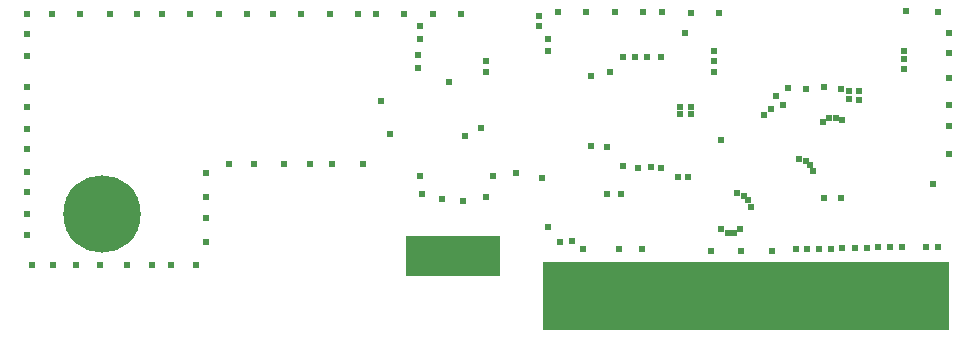
<source format=gbr>
G04*
G04 #@! TF.GenerationSoftware,Altium Limited,Altium Designer,24.2.2 (26)*
G04*
G04 Layer_Color=16711935*
%FSLAX25Y25*%
%MOIN*%
G70*
G04*
G04 #@! TF.SameCoordinates,DA759692-2FDC-47FD-B5D7-4F029464E4A9*
G04*
G04*
G04 #@! TF.FilePolarity,Negative*
G04*
G01*
G75*
%ADD35R,0.31496X0.13583*%
%ADD36R,1.35433X0.23032*%
%ADD41R,0.03600X0.13400*%
%ADD42R,0.03600X0.17300*%
%ADD44C,0.25800*%
%ADD45C,0.02400*%
D35*
X118504Y-390698D02*
D03*
D36*
X216142Y-404084D02*
D03*
D41*
X150181Y-399477D02*
D03*
D42*
X280102Y-401427D02*
D03*
X185614D02*
D03*
X181677D02*
D03*
X240732D02*
D03*
X272228D02*
D03*
X268291D02*
D03*
X256480D02*
D03*
X236795D02*
D03*
X252543D02*
D03*
X221047D02*
D03*
X217110D02*
D03*
X209236D02*
D03*
X205299D02*
D03*
X189551D02*
D03*
X165929D02*
D03*
X169866D02*
D03*
X173803D02*
D03*
X177740D02*
D03*
X228921D02*
D03*
X213173D02*
D03*
X201362D02*
D03*
X248606D02*
D03*
X264354D02*
D03*
X244669D02*
D03*
X276165D02*
D03*
X260417D02*
D03*
X232858D02*
D03*
X224984D02*
D03*
X161992D02*
D03*
X154118D02*
D03*
X158055D02*
D03*
D44*
X1502Y-376772D02*
D03*
D45*
X207836Y-352004D02*
D03*
X197894Y-343242D02*
D03*
X194099Y-343174D02*
D03*
X197894Y-340986D02*
D03*
X194108D02*
D03*
X253884Y-338549D02*
D03*
X250597Y-338459D02*
D03*
X253823Y-335619D02*
D03*
X250597Y-335703D02*
D03*
X222321Y-343695D02*
D03*
X224444Y-341670D02*
D03*
X226305Y-337326D02*
D03*
X228567Y-340181D02*
D03*
X237712Y-360391D02*
D03*
X236227Y-358906D02*
D03*
X246135Y-344764D02*
D03*
X244035D02*
D03*
X215600Y-370495D02*
D03*
X217085Y-371980D02*
D03*
X214408Y-381647D02*
D03*
X208010Y-381678D02*
D03*
X212255Y-383071D02*
D03*
X210155D02*
D03*
X217895Y-374147D02*
D03*
X213419Y-369754D02*
D03*
X233892Y-358371D02*
D03*
X238644Y-362404D02*
D03*
X241987Y-345882D02*
D03*
X248396Y-345374D02*
D03*
X230321Y-334718D02*
D03*
X236227Y-334851D02*
D03*
X242120Y-334345D02*
D03*
X247965Y-335081D02*
D03*
X278702Y-366535D02*
D03*
X283858Y-356781D02*
D03*
Y-347332D02*
D03*
Y-340181D02*
D03*
Y-331443D02*
D03*
Y-323116D02*
D03*
Y-316412D02*
D03*
X280102Y-309128D02*
D03*
X269691Y-309126D02*
D03*
X197894Y-309533D02*
D03*
X207154D02*
D03*
X188151Y-309449D02*
D03*
X153718Y-309128D02*
D03*
X162979D02*
D03*
X181982Y-309213D02*
D03*
X172722D02*
D03*
X92913Y-309964D02*
D03*
X102174D02*
D03*
X121177Y-310049D02*
D03*
X111916D02*
D03*
X58661Y-309964D02*
D03*
X67922D02*
D03*
X86925Y-310049D02*
D03*
X77664D02*
D03*
X21672Y-309964D02*
D03*
X30932D02*
D03*
X49935Y-310049D02*
D03*
X40675D02*
D03*
X4096Y-309964D02*
D03*
X13356D02*
D03*
X-5647Y-309880D02*
D03*
X-14907D02*
D03*
X-23459Y-324100D02*
D03*
Y-309927D02*
D03*
X-23375Y-316620D02*
D03*
Y-355118D02*
D03*
X-23459Y-348425D02*
D03*
Y-334252D02*
D03*
X-23375Y-340945D02*
D03*
Y-369291D02*
D03*
X-23459Y-362598D02*
D03*
Y-376772D02*
D03*
X-23375Y-383465D02*
D03*
X148415Y-364619D02*
D03*
X139747Y-362811D02*
D03*
X131888Y-364073D02*
D03*
X129502Y-370866D02*
D03*
X121872Y-372278D02*
D03*
X114819Y-371711D02*
D03*
X108314Y-369882D02*
D03*
X107573Y-364073D02*
D03*
X88583Y-359842D02*
D03*
X78347D02*
D03*
X70866Y-359922D02*
D03*
X62205D02*
D03*
X52362Y-359922D02*
D03*
X44094D02*
D03*
X36220Y-362826D02*
D03*
Y-370866D02*
D03*
Y-377953D02*
D03*
Y-385827D02*
D03*
X33071Y-393701D02*
D03*
X24666D02*
D03*
X18202D02*
D03*
X9963D02*
D03*
X1077D02*
D03*
X-6985D02*
D03*
X-14628D02*
D03*
X-21654D02*
D03*
X150181Y-381102D02*
D03*
X248038Y-371224D02*
D03*
X242245Y-371407D02*
D03*
X174548Y-369882D02*
D03*
X169866D02*
D03*
X196019Y-316412D02*
D03*
X187917Y-324418D02*
D03*
X183222Y-324410D02*
D03*
X179140Y-324418D02*
D03*
X175234Y-324410D02*
D03*
X170849Y-329155D02*
D03*
X164467Y-330481D02*
D03*
Y-353853D02*
D03*
X169866Y-354297D02*
D03*
X175234Y-360746D02*
D03*
X180277Y-361283D02*
D03*
X184601Y-360970D02*
D03*
X187917Y-361283D02*
D03*
X193609Y-364196D02*
D03*
X196850Y-364157D02*
D03*
X280105Y-387703D02*
D03*
X276250Y-387546D02*
D03*
X268291Y-387664D02*
D03*
X264212Y-387703D02*
D03*
X260356Y-387664D02*
D03*
X256480Y-388097D02*
D03*
X252467D02*
D03*
X248396D02*
D03*
X244496Y-388293D02*
D03*
X240754D02*
D03*
X236751D02*
D03*
X232858Y-388372D02*
D03*
X224984Y-388844D02*
D03*
X214573D02*
D03*
X204531D02*
D03*
X181677Y-388372D02*
D03*
X173803D02*
D03*
X162081D02*
D03*
X158107Y-385618D02*
D03*
X154118Y-385874D02*
D03*
X122501Y-350503D02*
D03*
X127934Y-348051D02*
D03*
X150181Y-322441D02*
D03*
Y-318456D02*
D03*
X147366Y-314125D02*
D03*
Y-310630D02*
D03*
X107573Y-318456D02*
D03*
Y-314125D02*
D03*
X106833Y-327863D02*
D03*
Y-323543D02*
D03*
X117158Y-332601D02*
D03*
X97586Y-349894D02*
D03*
X94488Y-339064D02*
D03*
X129502Y-329155D02*
D03*
Y-325733D02*
D03*
X269035Y-328316D02*
D03*
Y-325085D02*
D03*
Y-322132D02*
D03*
X205674Y-329269D02*
D03*
Y-325733D02*
D03*
Y-322132D02*
D03*
M02*

</source>
